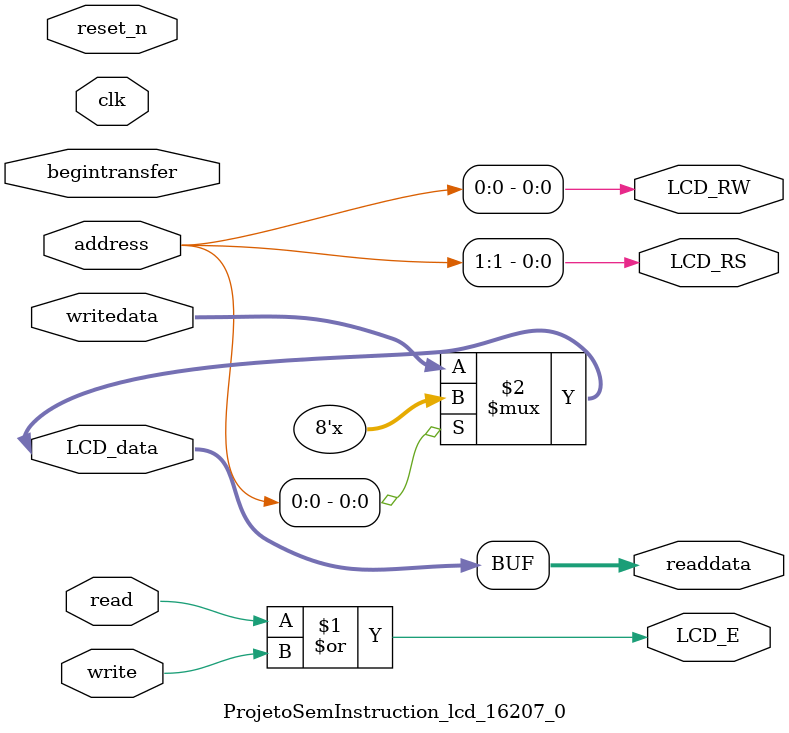
<source format=v>

`timescale 1ns / 1ps
// synthesis translate_on

// turn off superfluous verilog processor warnings 
// altera message_level Level1 
// altera message_off 10034 10035 10036 10037 10230 10240 10030 

module ProjetoSemInstruction_lcd_16207_0 (
                                           // inputs:
                                            address,
                                            begintransfer,
                                            clk,
                                            read,
                                            reset_n,
                                            write,
                                            writedata,

                                           // outputs:
                                            LCD_E,
                                            LCD_RS,
                                            LCD_RW,
                                            LCD_data,
                                            readdata
                                         )
;

  output           LCD_E;
  output           LCD_RS;
  output           LCD_RW;
  inout   [  7: 0] LCD_data;
  output  [  7: 0] readdata;
  input   [  1: 0] address;
  input            begintransfer;
  input            clk;
  input            read;
  input            reset_n;
  input            write;
  input   [  7: 0] writedata;


wire             LCD_E;
wire             LCD_RS;
wire             LCD_RW;
wire    [  7: 0] LCD_data;
wire    [  7: 0] readdata;
  assign LCD_RW = address[0];
  assign LCD_RS = address[1];
  assign LCD_E = read | write;
  assign LCD_data = (address[0]) ? {8{1'bz}} : writedata;
  assign readdata = LCD_data;
  //control_slave, which is an e_avalon_slave

endmodule


</source>
